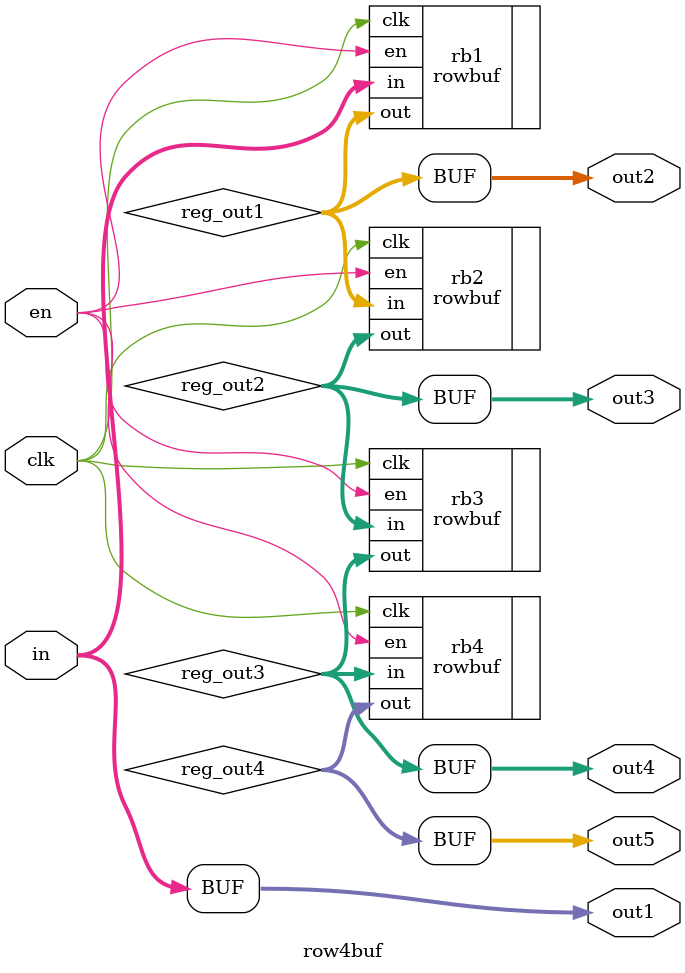
<source format=sv>

`timescale 1ns / 1ps

module row4buf #(parameter COL = 5, BIT_WIDTH = 8) (
    input clk,
    input en,
    input [0:BIT_WIDTH - 1] in,
    output reg [0:BIT_WIDTH - 1] out1, out2, out3, out4, out5
);

reg [0:BIT_WIDTH - 1] reg_out1, reg_out2, reg_out3, reg_out4;

rowbuf #(.COL(COL), .BIT_WIDTH(BIT_WIDTH)) rb1(
    .clk(clk),
    .en(en),
    .in(in),
    .out(reg_out1)
);

rowbuf #(.COL(COL), .BIT_WIDTH(BIT_WIDTH)) rb2(
    .clk(clk),
    .en(en),
    .in(reg_out1),
    .out(reg_out2)
);

rowbuf #(.COL(COL), .BIT_WIDTH(BIT_WIDTH)) rb3( 
    .clk(clk),
    .en(en),
    .in(reg_out2),
    .out(reg_out3)
);

rowbuf #(.COL(COL), .BIT_WIDTH(BIT_WIDTH)) rb4(
    .clk(clk),
    .en(en),
    .in(reg_out3),
    .out(reg_out4)
);

assign out1 = in;
assign out2 = reg_out1;
assign out3 = reg_out2;
assign out4 = reg_out3;
assign out5 = reg_out4;

endmodule

</source>
